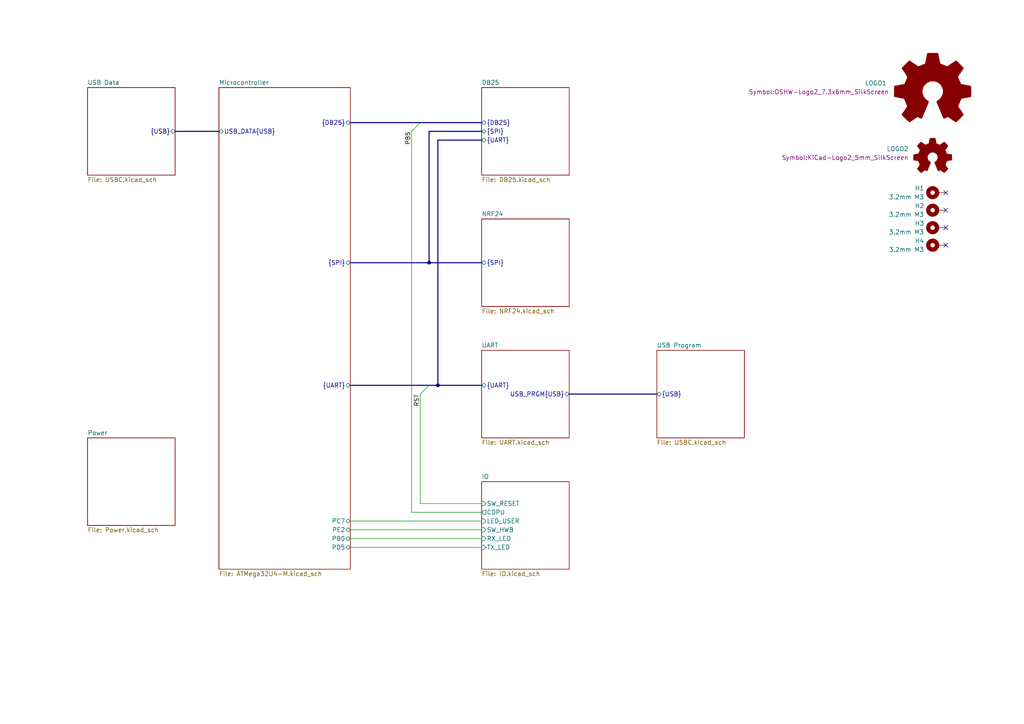
<source format=kicad_sch>
(kicad_sch (version 20211123) (generator eeschema)
  (paper "A4")
  (title_block (title "OpenRetroPad") (date "JAN-21") (rev "1") (comment 3 "github.com/OpenRetroPad") (comment 4 "ATmega32u4"))
  (lib_symbols
    (symbol "Graphic:Logo_Open_Hardware_Large" (pin_names (offset 1.016))
      (symbol "Logo_Open_Hardware_Large_1_1"
        (polyline (pts (xy 6.731 -8.7122) (xy 6.6294 -8.6614) (xy 6.35 -8.4836) (xy 5.9944 -8.255) (xy 5.5372 -7.9502) (xy 5.1054 -7.6454) (xy 4.7498 -7.4168) (xy 4.4958 -7.239) (xy 4.3942 -7.1882) (xy 4.318 -7.2136) (xy 4.1148 -7.3152) (xy 3.81 -7.4676) (xy 3.6322 -7.5692) (xy 3.3528 -7.6708) (xy 3.2258 -7.6962) (xy 3.2004 -7.6708) (xy 3.0988 -7.4676) (xy 2.9464 -7.0866) (xy 2.7178 -6.604) (xy 2.4892 -6.0452) (xy 2.2352 -5.4356) (xy 1.9558 -4.826) (xy 1.7272 -4.2164) (xy 1.4986 -3.683) (xy 1.3208 -3.2512) (xy 1.2192 -2.9464) (xy 1.1684 -2.8194) (xy 1.1938 -2.794) (xy 1.3208 -2.667) (xy 1.5748 -2.4892) (xy 2.0828 -2.0574) (xy 2.6162 -1.397) (xy 2.921 -0.6604) (xy 3.048 0.1524) (xy 2.9464 0.9144) (xy 2.6416 1.6256) (xy 2.1336 2.286) (xy 1.524 2.7686) (xy 0.8128 3.0734) (xy 0 3.175) (xy -0.762 3.0988) (xy -1.4986 2.794) (xy -2.159 2.286) (xy -2.4384 1.9812) (xy -2.8194 1.3208) (xy -3.048 0.6096) (xy -3.0734 0.4318) (xy -3.0226 -0.3556) (xy -2.794 -1.0922) (xy -2.3876 -1.7526) (xy -1.8288 -2.3114) (xy -1.7526 -2.3622) (xy -1.4732 -2.5654) (xy -1.2954 -2.6924) (xy -1.1684 -2.8194) (xy -2.159 -5.207) (xy -2.3114 -5.588) (xy -2.5908 -6.2484) (xy -2.8194 -6.8072) (xy -3.0226 -7.2644) (xy -3.1496 -7.5692) (xy -3.2258 -7.6708) (xy -3.2258 -7.6962) (xy -3.302 -7.6962) (xy -3.4798 -7.6454) (xy -3.8354 -7.4676) (xy -4.0386 -7.366) (xy -4.2926 -7.239) (xy -4.4196 -7.1882) (xy -4.5212 -7.239) (xy -4.7498 -7.3914) (xy -5.1054 -7.6454) (xy -5.5372 -7.9248) (xy -5.9436 -8.2042) (xy -6.3246 -8.4582) (xy -6.604 -8.636) (xy -6.731 -8.7122) (xy -6.7564 -8.7122) (xy -6.858 -8.636) (xy -7.0866 -8.4582) (xy -7.4168 -8.1534) (xy -7.874 -7.6962) (xy -7.9502 -7.62) (xy -8.3312 -7.239) (xy -8.636 -6.9088) (xy -8.8392 -6.6802) (xy -8.9154 -6.5786) (xy -8.9154 -6.5786) (xy -8.8392 -6.4516) (xy -8.6614 -6.1722) (xy -8.4328 -5.7912) (xy -8.128 -5.3594) (xy -7.3152 -4.191) (xy -7.7724 -3.0988) (xy -7.8994 -2.7686) (xy -8.0772 -2.3622) (xy -8.2042 -2.0828) (xy -8.255 -1.9558) (xy -8.382 -1.905) (xy -8.6614 -1.8542) (xy -9.0932 -1.7526) (xy -9.6266 -1.651) (xy -10.1092 -1.5748) (xy -10.541 -1.4732) (xy -10.8712 -1.4224) (xy -11.0236 -1.397) (xy -11.049 -1.3716) (xy -11.0744 -1.2954) (xy -11.0998 -1.143) (xy -11.0998 -0.889) (xy -11.1252 -0.4572) (xy -11.1252 0.1524) (xy -11.1252 0.2286) (xy -11.0998 0.8128) (xy -11.0998 1.27) (xy -11.0744 1.5494) (xy -11.0744 1.6764) (xy -11.0744 1.6764) (xy -10.922 1.7018) (xy -10.6172 1.778) (xy -10.16 1.8542) (xy -9.652 1.9558) (xy -9.6012 1.9812) (xy -9.0932 2.0828) (xy -8.636 2.159) (xy -8.3312 2.2352) (xy -8.2042 2.286) (xy -8.1788 2.3114) (xy -8.0772 2.5146) (xy -7.9248 2.8448) (xy -7.747 3.2512) (xy -7.5692 3.6576) (xy -7.4168 4.0386) (xy -7.3152 4.318) (xy -7.2898 4.445) (xy -7.2898 4.445) (xy -7.366 4.572) (xy -7.5438 4.826) (xy -7.7978 5.207) (xy -8.128 5.6642) (xy -8.128 5.6896) (xy -8.4328 6.1468) (xy -8.6868 6.5278) (xy -8.8392 6.7818) (xy -8.9154 6.9088) (xy -8.9154 6.9088) (xy -8.8138 7.0358) (xy -8.5852 7.2898) (xy -8.255 7.6454) (xy -7.874 8.0264) (xy -7.747 8.1534) (xy -7.3152 8.5852) (xy -7.0104 8.8646) (xy -6.8326 8.9916) (xy -6.731 9.0424) (xy -6.731 9.0424) (xy -6.604 8.9408) (xy -6.3246 8.763) (xy -5.9436 8.509) (xy -5.4864 8.2042) (xy -5.461 8.1788) (xy -5.0038 7.874) (xy -4.6482 7.62) (xy -4.3688 7.4422) (xy -4.2672 7.3914) (xy -4.2418 7.3914) (xy -4.064 7.4422) (xy -3.7338 7.5438) (xy -3.3528 7.6962) (xy -2.9464 7.874) (xy -2.5654 8.0264) (xy -2.286 8.1534) (xy -2.159 8.2296) (xy -2.159 8.2296) (xy -2.1082 8.382) (xy -2.032 8.7122) (xy -1.9304 9.1694) (xy -1.8288 9.7282) (xy -1.8034 9.8044) (xy -1.7018 10.3378) (xy -1.6256 10.7696) (xy -1.5748 11.0744) (xy -1.524 11.2014) (xy -1.4478 11.2268) (xy -1.1938 11.2522) (xy -0.8128 11.2522) (xy -0.3302 11.2522) (xy 0.1524 11.2522) (xy 0.6604 11.2522) (xy 1.0668 11.2268) (xy 1.3716 11.2014) (xy 1.4986 11.176) (xy 1.4986 11.176) (xy 1.5494 11.0236) (xy 1.6256 10.6934) (xy 1.7018 10.2108) (xy 1.8288 9.6774) (xy 1.8288 9.5758) (xy 1.9304 9.0424) (xy 2.032 8.6106) (xy 2.0828 8.3058) (xy 2.1336 8.2042) (xy 2.159 8.1788) (xy 2.3876 8.0772) (xy 2.7432 7.9248) (xy 3.175 7.747) (xy 4.191 7.3406) (xy 5.461 8.2042) (xy 5.5626 8.2804) (xy 6.0198 8.5852) (xy 6.3754 8.8392) (xy 6.6294 8.9916) (xy 6.7564 9.0424) (xy 6.7564 9.0424) (xy 6.8834 8.9408) (xy 7.1374 8.7122) (xy 7.4676 8.382) (xy 7.8486 7.9756) (xy 8.1534 7.6962) (xy 8.4836 7.3406) (xy 8.7122 7.112) (xy 8.8392 6.9596) (xy 8.8646 6.858) (xy 8.8646 6.8072) (xy 8.7884 6.6802) (xy 8.6106 6.4008) (xy 8.3312 6.0198) (xy 8.0264 5.588) (xy 7.7978 5.207) (xy 7.5184 4.8006) (xy 7.3406 4.4958) (xy 7.2898 4.3434) (xy 7.2898 4.2926) (xy 7.3914 4.0386) (xy 7.5184 3.683) (xy 7.7216 3.2258) (xy 8.1534 2.2352) (xy 8.7884 2.1082) (xy 9.1948 2.0574) (xy 9.7536 1.9304) (xy 10.2616 1.8288) (xy 11.0998 1.6764) (xy 11.1252 -1.3208) (xy 10.9982 -1.3716) (xy 10.8712 -1.397) (xy 10.5664 -1.4732) (xy 10.1346 -1.5494) (xy 9.6266 -1.651) (xy 9.1948 -1.7272) (xy 8.7376 -1.8288) (xy 8.4328 -1.8796) (xy 8.2804 -1.905) (xy 8.255 -1.9558) (xy 8.1534 -2.159) (xy 7.9756 -2.5146) (xy 7.8232 -2.921) (xy 7.6454 -3.3274) (xy 7.493 -3.7338) (xy 7.366 -4.0132) (xy 7.3406 -4.191) (xy 7.3914 -4.2926) (xy 7.5692 -4.5466) (xy 7.7978 -4.9276) (xy 8.1026 -5.3594) (xy 8.4074 -5.7912) (xy 8.6614 -6.1722) (xy 8.8138 -6.4262) (xy 8.89 -6.5532) (xy 8.8646 -6.6548) (xy 8.6868 -6.858) (xy 8.3566 -7.1882) (xy 7.874 -7.6708) (xy 7.7978 -7.747) (xy 7.3914 -8.128) (xy 7.0612 -8.4328) (xy 6.8326 -8.636) (xy 6.731 -8.7122)) (fill (type outline)))
      )
    )
    (symbol "Graphic:Logo_Open_Hardware_Small" (pin_names (offset 1.016))
      (symbol "Logo_Open_Hardware_Small_0_1"
        (polyline (pts (xy 3.3528 -4.3434) (xy 3.302 -4.318) (xy 3.175 -4.2418) (xy 2.9972 -4.1148) (xy 2.7686 -3.9624) (xy 2.54 -3.81) (xy 2.3622 -3.7084) (xy 2.2352 -3.6068) (xy 2.1844 -3.5814) (xy 2.159 -3.6068) (xy 2.0574 -3.6576) (xy 1.905 -3.7338) (xy 1.8034 -3.7846) (xy 1.6764 -3.8354) (xy 1.6002 -3.8354) (xy 1.6002 -3.8354) (xy 1.5494 -3.7338) (xy 1.4732 -3.5306) (xy 1.3462 -3.302) (xy 1.2446 -3.0226) (xy 1.1176 -2.7178) (xy 0.9652 -2.413) (xy 0.8636 -2.1082) (xy 0.7366 -1.8288) (xy 0.6604 -1.6256) (xy 0.6096 -1.4732) (xy 0.5842 -1.397) (xy 0.5842 -1.397) (xy 0.6604 -1.3208) (xy 0.7874 -1.2446) (xy 1.0414 -1.016) (xy 1.2954 -0.6858) (xy 1.4478 -0.3302) (xy 1.524 0.0762) (xy 1.4732 0.4572) (xy 1.3208 0.8128) (xy 1.0668 1.143) (xy 0.762 1.3716) (xy 0.4064 1.524) (xy 0 1.5748) (xy -0.381 1.5494) (xy -0.7366 1.397) (xy -1.0668 1.143) (xy -1.2192 0.9906) (xy -1.397 0.6604) (xy -1.524 0.3048) (xy -1.524 0.2286) (xy -1.4986 -0.1778) (xy -1.397 -0.5334) (xy -1.1938 -0.8636) (xy -0.9144 -1.143) (xy -0.8636 -1.1684) (xy -0.7366 -1.27) (xy -0.635 -1.3462) (xy -0.5842 -1.397) (xy -1.0668 -2.5908) (xy -1.143 -2.794) (xy -1.2954 -3.1242) (xy -1.397 -3.4036) (xy -1.4986 -3.6322) (xy -1.5748 -3.7846) (xy -1.6002 -3.8354) (xy -1.6002 -3.8354) (xy -1.651 -3.8354) (xy -1.7272 -3.81) (xy -1.905 -3.7338) (xy -2.0066 -3.683) (xy -2.1336 -3.6068) (xy -2.2098 -3.5814) (xy -2.2606 -3.6068) (xy -2.3622 -3.683) (xy -2.54 -3.81) (xy -2.7686 -3.9624) (xy -2.9718 -4.0894) (xy -3.1496 -4.2164) (xy -3.302 -4.318) (xy -3.3528 -4.3434) (xy -3.3782 -4.3434) (xy -3.429 -4.318) (xy -3.5306 -4.2164) (xy -3.7084 -4.064) (xy -3.937 -3.8354) (xy -3.9624 -3.81) (xy -4.1656 -3.6068) (xy -4.318 -3.4544) (xy -4.4196 -3.3274) (xy -4.445 -3.2766) (xy -4.445 -3.2766) (xy -4.4196 -3.2258) (xy -4.318 -3.0734) (xy -4.2164 -2.8956) (xy -4.064 -2.667) (xy -3.6576 -2.0828) (xy -3.8862 -1.5494) (xy -3.937 -1.3716) (xy -4.0386 -1.1684) (xy -4.0894 -1.0414) (xy -4.1148 -0.9652) (xy -4.191 -0.9398) (xy -4.318 -0.9144) (xy -4.5466 -0.8636) (xy -4.8006 -0.8128) (xy -5.0546 -0.7874) (xy -5.2578 -0.7366) (xy -5.4356 -0.7112) (xy -5.5118 -0.6858) (xy -5.5118 -0.6858) (xy -5.5372 -0.635) (xy -5.5372 -0.5588) (xy -5.5372 -0.4318) (xy -5.5626 -0.2286) (xy -5.5626 0.0762) (xy -5.5626 0.127) (xy -5.5372 0.4064) (xy -5.5372 0.635) (xy -5.5372 0.762) (xy -5.5372 0.8382) (xy -5.5372 0.8382) (xy -5.461 0.8382) (xy -5.3086 0.889) (xy -5.08 0.9144) (xy -4.826 0.9652) (xy -4.8006 0.9906) (xy -4.5466 1.0414) (xy -4.318 1.0668) (xy -4.1656 1.1176) (xy -4.0894 1.143) (xy -4.0894 1.143) (xy -4.0386 1.2446) (xy -3.9624 1.4224) (xy -3.8608 1.6256) (xy -3.7846 1.8288) (xy -3.7084 2.0066) (xy -3.6576 2.159) (xy -3.6322 2.2098) (xy -3.6322 2.2098) (xy -3.683 2.286) (xy -3.7592 2.413) (xy -3.8862 2.5908) (xy -4.064 2.8194) (xy -4.064 2.8448) (xy -4.2164 3.0734) (xy -4.3434 3.2512) (xy -4.4196 3.3782) (xy -4.445 3.4544) (xy -4.445 3.4544) (xy -4.3942 3.5052) (xy -4.2926 3.6322) (xy -4.1148 3.81) (xy -3.937 4.0132) (xy -3.8608 4.064) (xy -3.6576 4.2926) (xy -3.5052 4.4196) (xy -3.4036 4.4958) (xy -3.3528 4.5212) (xy -3.3528 4.5212) (xy -3.302 4.4704) (xy -3.1496 4.3688) (xy -2.9718 4.2418) (xy -2.7432 4.0894) (xy -2.7178 4.0894) (xy -2.4892 3.937) (xy -2.3114 3.81) (xy -2.1844 3.7084) (xy -2.1336 3.683) (xy -2.1082 3.683) (xy -2.032 3.7084) (xy -1.8542 3.7592) (xy -1.6764 3.8354) (xy -1.4732 3.937) (xy -1.27 4.0132) (xy -1.143 4.064) (xy -1.0668 4.1148) (xy -1.0668 4.1148) (xy -1.0414 4.191) (xy -1.016 4.3434) (xy -0.9652 4.572) (xy -0.9144 4.8514) (xy -0.889 4.9022) (xy -0.8382 5.1562) (xy -0.8128 5.3848) (xy -0.7874 5.5372) (xy -0.762 5.588) (xy -0.7112 5.6134) (xy -0.5842 5.6134) (xy -0.4064 5.6134) (xy -0.1524 5.6134) (xy 0.0762 5.6134) (xy 0.3302 5.6134) (xy 0.5334 5.6134) (xy 0.6858 5.588) (xy 0.7366 5.588) (xy 0.7366 5.588) (xy 0.762 5.5118) (xy 0.8128 5.334) (xy 0.8382 5.1054) (xy 0.9144 4.826) (xy 0.9144 4.7752) (xy 0.9652 4.5212) (xy 1.016 4.2926) (xy 1.0414 4.1402) (xy 1.0668 4.0894) (xy 1.0668 4.0894) (xy 1.1938 4.0386) (xy 1.3716 3.9624) (xy 1.5748 3.8608) (xy 2.0828 3.6576) (xy 2.7178 4.0894) (xy 2.7686 4.1402) (xy 2.9972 4.2926) (xy 3.175 4.4196) (xy 3.302 4.4958) (xy 3.3782 4.5212) (xy 3.3782 4.5212) (xy 3.429 4.4704) (xy 3.556 4.3434) (xy 3.7338 4.191) (xy 3.9116 3.9878) (xy 4.064 3.8354) (xy 4.2418 3.6576) (xy 4.3434 3.556) (xy 4.4196 3.4798) (xy 4.4196 3.429) (xy 4.4196 3.4036) (xy 4.3942 3.3274) (xy 4.2926 3.2004) (xy 4.1656 2.9972) (xy 4.0132 2.794) (xy 3.8862 2.5908) (xy 3.7592 2.3876) (xy 3.6576 2.2352) (xy 3.6322 2.159) (xy 3.6322 2.1336) (xy 3.683 2.0066) (xy 3.7592 1.8288) (xy 3.8608 1.6002) (xy 4.064 1.1176) (xy 4.3942 1.0414) (xy 4.5974 1.016) (xy 4.8768 0.9652) (xy 5.1308 0.9144) (xy 5.5372 0.8382) (xy 5.5626 -0.6604) (xy 5.4864 -0.6858) (xy 5.4356 -0.6858) (xy 5.2832 -0.7366) (xy 5.0546 -0.762) (xy 4.8006 -0.8128) (xy 4.5974 -0.8636) (xy 4.3688 -0.9144) (xy 4.2164 -0.9398) (xy 4.1402 -0.9398) (xy 4.1148 -0.9652) (xy 4.064 -1.0668) (xy 3.9878 -1.2446) (xy 3.9116 -1.4478) (xy 3.81 -1.651) (xy 3.7338 -1.8542) (xy 3.683 -2.0066) (xy 3.6576 -2.0828) (xy 3.683 -2.1336) (xy 3.7846 -2.2606) (xy 3.8862 -2.4638) (xy 4.0386 -2.667) (xy 4.191 -2.8956) (xy 4.318 -3.0734) (xy 4.3942 -3.2004) (xy 4.445 -3.2766) (xy 4.4196 -3.3274) (xy 4.3434 -3.429) (xy 4.1656 -3.5814) (xy 3.937 -3.8354) (xy 3.8862 -3.8608) (xy 3.683 -4.064) (xy 3.5306 -4.2164) (xy 3.4036 -4.318) (xy 3.3528 -4.3434)) (fill (type outline)))
      )
    )
    (symbol "Mechanical:MountingHole_Pad" (pin_numbers hide) (pin_names (offset 1.016) hide)
      (property "Reference" "H" (at 0 6.35 0))
      (property "Value" "MountingHole_Pad" (at 0 4.445 0))
      (symbol "MountingHole_Pad_0_1"
        (circle (center 0 1.27) (radius 1.27) (stroke (width 1.27)))
      )
      (symbol "MountingHole_Pad_1_1"
        (pin input line (at 0 -2.54 90) (length 2.54) (name "1") (number "1"))
      )
    )
  )
  (bus_alias "SPI" (members "CE" "SCK" "MOSI" "MISO" "IRQ" "CSN"))
  (bus_alias "UART" (members "TX" "RX" "RST"))
  (bus_alias "USB" (members "DP" "DM"))
  (bus_alias "DB25" (members "PB6" "PB5" "PF4" "PB4" "PF5" "PF6" "PD7" "PF7" "PC6" "PD4" "PD0" "PD1"))
  (junction (at 127 111.76))
  (junction (at 124.46 76.2))
  (no_connect (at 274.32 60.96))
  (no_connect (at 274.32 66.04))
  (no_connect (at 274.32 71.12))
  (no_connect (at 274.32 55.88))
  (bus_entry (at 124.46 111.76) (size -2.54 2.54))
  (bus_entry (at 121.92 35.56) (size -2.54 2.54))
  (wire (pts (xy 139.7 148.59) (xy 119.38 148.59)))
  (bus (pts (xy 124.46 76.2) (xy 139.7 76.2)))
  (wire (pts (xy 119.38 38.1) (xy 119.38 148.59)))
  (bus (pts (xy 101.6 111.76) (xy 124.46 111.76)))
  (wire (pts (xy 101.6 151.13) (xy 139.7 151.13)))
  (bus (pts (xy 101.6 35.56) (xy 121.92 35.56)))
  (bus (pts (xy 139.7 40.64) (xy 127 40.64)))
  (wire (pts (xy 101.6 156.21) (xy 139.7 156.21)))
  (bus (pts (xy 127 40.64) (xy 127 111.76)))
  (bus (pts (xy 139.7 38.1) (xy 124.46 38.1)))
  (wire (pts (xy 121.92 146.05) (xy 139.7 146.05)))
  (wire (pts (xy 101.6 158.75) (xy 139.7 158.75)))
  (bus (pts (xy 121.92 35.56) (xy 139.7 35.56)))
  (wire (pts (xy 121.92 114.3) (xy 121.92 146.05)))
  (wire (pts (xy 101.6 153.67) (xy 139.7 153.67)))
  (bus (pts (xy 124.46 111.76) (xy 127 111.76)))
  (bus (pts (xy 124.46 38.1) (xy 124.46 76.2)))
  (bus (pts (xy 190.5 114.3) (xy 165.1 114.3)))
  (bus (pts (xy 50.8 38.1) (xy 63.5 38.1)))
  (bus (pts (xy 127 111.76) (xy 139.7 111.76)))
  (bus (pts (xy 101.6 76.2) (xy 124.46 76.2)))
  (label "PB5" (at 119.38 38.1 270))
  (label "RST" (at 121.92 114.3 270))
  (symbol (lib_id "Mechanical:MountingHole_Pad") (at 271.78 66.04 90) (unit 1) (in_bom no)
    (property "Reference" "H3" (at 266.7 64.77 90))
    (property "Value" "3.2mm M3" (at 262.89 67.31 90))
    (property "Footprint" "MountingHole:MountingHole_3.2mm_M3_Pad_Via" (effects hide))
  )
  (symbol (lib_id "Mechanical:MountingHole_Pad") (at 271.78 60.96 90) (unit 1) (in_bom no)
    (property "Reference" "H2" (at 266.7 59.69 90))
    (property "Value" "3.2mm M3" (at 262.89 62.23 90))
    (property "Footprint" "MountingHole:MountingHole_3.2mm_M3_Pad_Via" (effects hide))
  )
  (symbol (lib_id "Graphic:Logo_Open_Hardware_Large") (at 270.51 26.67 0) (mirror y) (unit 1) (in_bom no)
    (property "Reference" "LOGO1" (at 254 24.13 0))
    (property "Value" "Logo_Open_Hardware_Large" (effects hide))
    (property "Footprint" "Symbol:OSHW-Logo2_7.3x6mm_SilkScreen" (at 237.49 26.67 0))
  )
  (symbol (lib_id "Mechanical:MountingHole_Pad") (at 271.78 71.12 90) (unit 1) (in_bom no)
    (property "Reference" "H4" (at 266.7 69.85 90))
    (property "Value" "3.2mm M3" (at 262.89 72.39 90))
    (property "Footprint" "MountingHole:MountingHole_3.2mm_M3_Pad_Via" (effects hide))
  )
  (symbol (lib_id "Graphic:Logo_Open_Hardware_Small") (at 270.51 45.72 0) (unit 1) (in_bom no)
    (property "Reference" "LOGO2" (at 260.35 43.18 0))
    (property "Value" "Logo_Open_Hardware_Small" (effects hide))
    (property "Footprint" "Symbol:KiCad-Logo2_5mm_SilkScreen" (at 245.11 45.72 0))
  )
  (symbol (lib_id "Mechanical:MountingHole_Pad") (at 271.78 55.88 90) (unit 1) (in_bom no)
    (property "Reference" "H1" (at 266.7 54.61 90))
    (property "Value" "3.2mm M3" (at 262.89 57.15 90))
    (property "Footprint" "MountingHole:MountingHole_3.2mm_M3_Pad_Via" (effects hide))
  )
  (sheet (at 190.5 101.6) (size 25.4 25.4) (stroke (width 0.1524))
    (property "Sheet name" "USB Program" (at 190.5 100.8884 0) (effects (justify left bottom)))
    (property "Sheet file" "USBC.kicad_sch" (at 190.5 127.5846 0) (effects (justify left top)))
    (pin "{USB}" bidirectional (at 190.5 114.3 180))
  )
  (sheet (at 25.4 25.4) (size 25.4 25.4) (stroke (width 0.1524))
    (property "Sheet name" "USB Data" (at 25.4 24.6884 0) (effects (justify left bottom)))
    (property "Sheet file" "USBC.kicad_sch" (at 25.4 51.3846 0) (effects (justify left top)))
    (pin "{USB}" bidirectional (at 50.8 38.1 0))
  )
  (sheet (at 25.4 127) (size 25.4 25.4) (stroke (width 0.1524))
    (property "Sheet name" "Power" (at 25.4 126.2884 0) (effects (justify left bottom)))
    (property "Sheet file" "Power.kicad_sch" (at 25.4 152.9846 0) (effects (justify left top)))
  )
  (sheet (at 139.7 139.7) (size 25.4 25.4) (stroke (width 0.1524))
    (property "Sheet name" "IO" (at 139.7 138.9884 0) (effects (justify left bottom)))
    (property "Sheet file" "IO.kicad_sch" (at 139.7 165.6846 0) (effects (justify left top)))
    (pin "SW_HWB" input (at 139.7 153.67 180))
    (pin "SW_RESET" input (at 139.7 146.05 180))
    (pin "LED_USER" input (at 139.7 151.13 180))
    (pin "RX_LED" input (at 139.7 156.21 180))
    (pin "TX_LED" input (at 139.7 158.75 180))
    (pin "CDPU" output (at 139.7 148.59 180))
  )
  (sheet (at 139.7 63.5) (size 25.4 25.4) (stroke (width 0.1524))
    (property "Sheet name" "NRF24" (at 139.7 62.7884 0) (effects (justify left bottom)))
    (property "Sheet file" "NRF24.kicad_sch" (at 139.7 89.4846 0) (effects (justify left top)))
    (pin "{SPI}" bidirectional (at 139.7 76.2 180))
  )
  (sheet (at 139.7 25.4) (size 25.4 25.4) (stroke (width 0.1524))
    (property "Sheet name" "DB25" (at 139.7 24.6884 0) (effects (justify left bottom)))
    (property "Sheet file" "DB25.kicad_sch" (at 139.7 51.3846 0) (effects (justify left top)))
    (pin "{DB25}" bidirectional (at 139.7 35.56 180))
    (pin "{SPI}" bidirectional (at 139.7 38.1 180))
    (pin "{UART}" bidirectional (at 139.7 40.64 180))
  )
  (sheet (at 139.7 101.6) (size 25.4 25.4) (stroke (width 0.1524))
    (property "Sheet name" "UART" (at 139.7 100.8884 0) (effects (justify left bottom)))
    (property "Sheet file" "UART.kicad_sch" (at 139.7 127.5846 0) (effects (justify left top)))
    (pin "USB_PRGM{USB}" bidirectional (at 165.1 114.3 0))
    (pin "{UART}" bidirectional (at 139.7 111.76 180))
  )
  (sheet (at 63.5 25.4) (size 38.1 139.7) (stroke (width 0.1524))
    (property "Sheet name" "Microcontroller" (at 63.5 24.6884 0) (effects (justify left bottom)))
    (property "Sheet file" "ATMega32U4-M.kicad_sch" (at 63.5 165.6846 0) (effects (justify left top)))
    (pin "USB_DATA{USB}" bidirectional (at 63.5 38.1 180))
    (pin "{UART}" bidirectional (at 101.6 111.76 0))
    (pin "PC7" bidirectional (at 101.6 151.13 0))
    (pin "PE2" bidirectional (at 101.6 153.67 0))
    (pin "{SPI}" bidirectional (at 101.6 76.2 0))
    (pin "PB0" bidirectional (at 101.6 156.21 0))
    (pin "PD5" bidirectional (at 101.6 158.75 0))
    (pin "{DB25}" bidirectional (at 101.6 35.56 0))
  )
)
</source>
